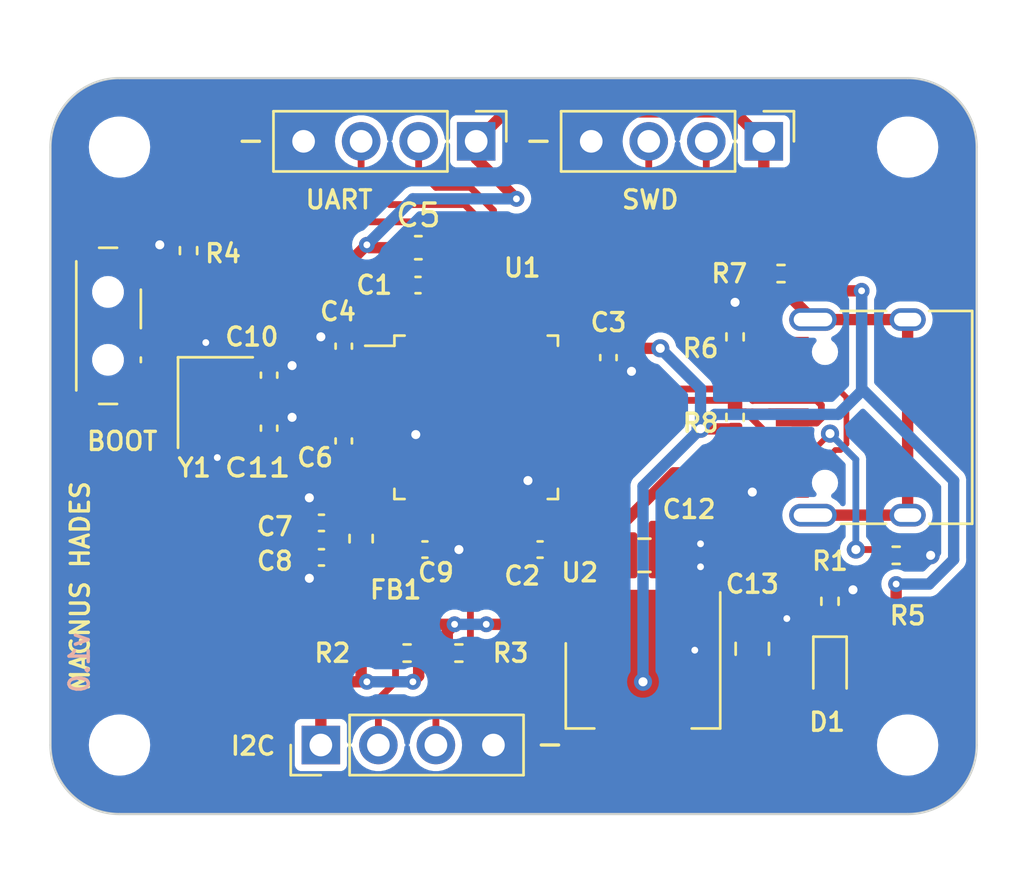
<source format=kicad_pcb>
(kicad_pcb (version 20221018) (generator pcbnew)
  (layers (0 "F.Cu" signal) (31 "B.Cu" signal) (34 "B.Paste" user) (35 "F.Paste" user) (36 "B.SilkS" user "B.Silkscreen") (37 "F.SilkS" user "F.Silkscreen") (38 "B.Mask" user) (39 "F.Mask" user) (44 "Edge.Cuts" user))
  (net 0 "")
  (net 1 "+3.3V")
  (net 2 "GND")
  (net 3 "+3.3VA")
  (net 4 "/NRST")
  (net 5 "/HSE_IN")
  (net 6 "/HSE_OUT")
  (net 7 "VBUS")
  (net 8 "/PWR_LED_K")
  (net 9 "Net-(J1-CC1)")
  (net 10 "/USB_D+")
  (net 11 "/USB_D-")
  (net 13 "Net-(J1-CC2)")
  (net 15 "Net-(J1-SHIELD)")
  (net 16 "/SWDIO")
  (net 17 "/SWCLK")
  (net 18 "/USART1_TX")
  (net 19 "/USART1_RX")
  (net 20 "/I2C2_SCL")
  (net 21 "/I2C2_SDA")
  (net 22 "/SW_BOOT0")
  (net 23 "/BOOT0")
  (footprint "Connector_PinHeader_2.54mm:PinHeader_1x04_P2.54mm_Vertical" (layer "F.Cu") (at 67.056 55.118 -90)
    (fp_text reference "J2")
    (fp_text value "Conn_01x04_Pin")
    (pad "1" thru_hole rect (at 0 0 270) (size 1.7 1.7) (drill 1) (layers "*.Cu" "*.Mask") (net 1 "+3.3V"))
    (pad "2" thru_hole oval (at 0 2.54 270) (size 1.7 1.7) (drill 1) (layers "*.Cu" "*.Mask") (net 16 "/SWDIO"))
    (pad "3" thru_hole oval (at 0 5.08 270) (size 1.7 1.7) (drill 1) (layers "*.Cu" "*.Mask") (net 17 "/SWCLK"))
    (pad "4" thru_hole oval (at 0 7.62 270) (size 1.7 1.7) (drill 1) (layers "*.Cu" "*.Mask") (net 2 "GND"))
  )
  (footprint "Capacitor_SMD:C_0805_2012Metric" (layer "F.Cu") (at 61.788 73.406)
    (fp_text reference "C12" (at 1.966 -2.032) (layer "F.SilkS") (effects (font (size 0.8 0.8))))
    (fp_text value "22u")
    (pad "1" smd roundrect (at -0.95 0) (size 1 1.45) (layers "F.Cu" "F.Paste" "F.Mask") (net 7 "VBUS"))
    (pad "2" smd roundrect (at 0.95 0) (size 1 1.45) (layers "F.Cu" "F.Paste" "F.Mask") (net 2 "GND"))
  )
  (footprint "Capacitor_SMD:C_0402_1005Metric" (layer "F.Cu") (at 51.788 61.468)
    (fp_text reference "C1" (at -1.933 0) (layer "F.SilkS") (effects (font (size 0.8 0.8))))
    (fp_text value "100n")
    (pad "1" smd roundrect (at -0.48 0) (size 0.56 0.62) (layers "F.Cu" "F.Paste" "F.Mask") (net 1 "+3.3V"))
    (pad "2" smd roundrect (at 0.48 0) (size 0.56 0.62) (layers "F.Cu" "F.Paste" "F.Mask") (net 2 "GND"))
  )
  (footprint "Capacitor_SMD:C_0402_1005Metric" (layer "F.Cu") (at 48.51 68.354 90)
    (fp_text reference "C6" (at -0.734 -1.266 180) (layer "F.SilkS") (effects (font (size 0.8 0.8))))
    (fp_text value "10n")
    (pad "1" smd roundrect (at -0.48 0 90) (size 0.56 0.62) (layers "F.Cu" "F.Paste" "F.Mask") (net 3 "+3.3VA"))
    (pad "2" smd roundrect (at 0.48 0 90) (size 0.56 0.62) (layers "F.Cu" "F.Paste" "F.Mask") (net 2 "GND"))
  )
  (footprint "Inductor_SMD:L_0603_1608Metric" (layer "F.Cu") (at 49.276 72.6695 -90)
    (fp_text reference "FB1" (at 2.2605 -1.524) (layer "F.SilkS") (effects (font (size 0.8 0.8))))
    (fp_text value "120R")
    (pad "1" smd roundrect (at -0.7875 0 270) (size 0.875 0.95) (layers "F.Cu" "F.Paste" "F.Mask") (net 3 "+3.3VA"))
    (pad "2" smd roundrect (at 0.7875 0 270) (size 0.875 0.95) (layers "F.Cu" "F.Paste" "F.Mask") (net 1 "+3.3V"))
  )
  (footprint "Crystal:Crystal_SMD_3225-4Pin_3.2x2.5mm" (layer "F.Cu") (at 42.842 66.658 -90)
    (fp_text reference "Y1" (at 2.882 0.932 180) (layer "F.SilkS") (effects (font (size 0.8 0.8))))
    (fp_text value "16MHz")
    (pad "1" smd rect (at -1.1 0.85 270) (size 1.4 1.2) (layers "F.Cu" "F.Paste" "F.Mask") (net 5 "/HSE_IN"))
    (pad "2" smd rect (at 1.1 0.85 270) (size 1.4 1.2) (layers "F.Cu" "F.Paste" "F.Mask") (net 2 "GND"))
    (pad "3" smd rect (at 1.1 -0.85 270) (size 1.4 1.2) (layers "F.Cu" "F.Paste" "F.Mask") (net 6 "/HSE_OUT"))
    (pad "4" smd rect (at -1.1 -0.85 270) (size 1.4 1.2) (layers "F.Cu" "F.Paste" "F.Mask") (net 2 "GND"))
  )
  (footprint "Capacitor_SMD:C_0805_2012Metric" (layer "F.Cu") (at 66.548 77.536 90)
    (fp_text reference "C13" (at 2.86 0) (layer "F.SilkS") (effects (font (size 0.8 0.8))))
    (fp_text value "22u")
    (pad "1" smd roundrect (at -0.95 0 90) (size 1 1.45) (layers "F.Cu" "F.Paste" "F.Mask") (net 1 "+3.3V"))
    (pad "2" smd roundrect (at 0.95 0 90) (size 1 1.45) (layers "F.Cu" "F.Paste" "F.Mask") (net 2 "GND"))
  )
  (footprint "Capacitor_SMD:C_0402_1005Metric" (layer "F.Cu") (at 45.212 65.448 90)
    (fp_text reference "C10" (at 1.694 -0.762 180) (layer "F.SilkS") (effects (font (size 0.8 0.8))))
    (fp_text value "10p")
    (pad "1" smd roundrect (at -0.48 0 90) (size 0.56 0.62) (layers "F.Cu" "F.Paste" "F.Mask") (net 5 "/HSE_IN"))
    (pad "2" smd roundrect (at 0.48 0 90) (size 0.56 0.62) (layers "F.Cu" "F.Paste" "F.Mask") (net 2 "GND"))
  )
  (footprint "Resistor_SMD:R_0402_1005Metric" (layer "F.Cu") (at 72.9 73.406)
    (fp_text reference "R5" (at 0.506 2.667 180) (layer "F.SilkS") (effects (font (size 0.8 0.8))))
    (fp_text value "5k1")
    (pad "1" smd roundrect (at -0.51 0) (size 0.54 0.64) (layers "F.Cu" "F.Paste" "F.Mask") (net 9 "Net-(J1-CC1)"))
    (pad "2" smd roundrect (at 0.51 0) (size 0.54 0.64) (layers "F.Cu" "F.Paste" "F.Mask") (net 2 "GND"))
  )
  (footprint "Package_TO_SOT_SMD:SOT-223-3_TabPin2" (layer "F.Cu") (at 61.722 79.146 -90)
    (fp_text reference "U2" (at -4.978 2.794 180) (layer "F.SilkS") (effects (font (size 0.8 0.8))))
    (fp_text value "AMS1117-3.3")
    (pad "1" smd rect (at -3.15 -2.3 270) (size 2 1.5) (layers "F.Cu" "F.Paste" "F.Mask") (net 2 "GND"))
    (pad "2" smd rect (at -3.15 0 270) (size 2 1.5) (layers "F.Cu" "F.Paste" "F.Mask") (net 1 "+3.3V"))
    (pad "2" smd rect (at 3.15 0 270) (size 2 3.8) (layers "F.Cu" "F.Paste" "F.Mask") (net 1 "+3.3V"))
    (pad "3" smd rect (at -3.15 2.3 270) (size 2 1.5) (layers "F.Cu" "F.Paste" "F.Mask") (net 7 "VBUS"))
  )
  (footprint "Connector_PinHeader_2.54mm:PinHeader_1x04_P2.54mm_Vertical" (layer "F.Cu") (at 47.498 81.788 90)
    (fp_text reference "J4")
    (fp_text value "Conn_01x04_Pin")
    (pad "1" thru_hole rect (at 0 0 90) (size 1.7 1.7) (drill 1) (layers "*.Cu" "*.Mask") (net 1 "+3.3V"))
    (pad "2" thru_hole oval (at 0 2.54 90) (size 1.7 1.7) (drill 1) (layers "*.Cu" "*.Mask") (net 20 "/I2C2_SCL"))
    (pad "3" thru_hole oval (at 0 5.08 90) (size 1.7 1.7) (drill 1) (layers "*.Cu" "*.Mask") (net 21 "/I2C2_SDA"))
    (pad "4" thru_hole oval (at 0 7.62 90) (size 1.7 1.7) (drill 1) (layers "*.Cu" "*.Mask") (net 2 "GND"))
  )
  (footprint "Resistor_SMD:R_0402_1005Metric" (layer "F.Cu") (at 41.656 59.946 90)
    (fp_text reference "R4" (at -0.129 1.524 180) (layer "F.SilkS") (effects (font (size 0.8 0.8))))
    (fp_text value "10k")
    (pad "1" smd roundrect (at -0.51 0 90) (size 0.54 0.64) (layers "F.Cu" "F.Paste" "F.Mask") (net 22 "/SW_BOOT0"))
    (pad "2" smd roundrect (at 0.51 0 90) (size 0.54 0.64) (layers "F.Cu" "F.Paste" "F.Mask") (net 23 "/BOOT0"))
  )
  (footprint "Resistor_SMD:R_0402_1005Metric" (layer "F.Cu") (at 69.977 75.438 90)
    (fp_text reference "R1" (at 1.776 0 180) (layer "F.SilkS") (effects (font (size 0.8 0.8))))
    (fp_text value "1k5")
    (pad "1" smd roundrect (at -0.51 0 90) (size 0.54 0.64) (layers "F.Cu" "F.Paste" "F.Mask") (net 8 "/PWR_LED_K"))
    (pad "2" smd roundrect (at 0.51 0 90) (size 0.54 0.64) (layers "F.Cu" "F.Paste" "F.Mask") (net 2 "GND"))
  )
  (footprint "Capacitor_SMD:C_0402_1005Metric" (layer "F.Cu") (at 47.526 73.4975 180)
    (fp_text reference "C8" (at 2.06 -0.1625) (layer "F.SilkS") (effects (font (size 0.8 0.8))))
    (fp_text value "1u")
    (pad "1" smd roundrect (at -0.48 0 180) (size 0.56 0.62) (layers "F.Cu" "F.Paste" "F.Mask") (net 1 "+3.3V"))
    (pad "2" smd roundrect (at 0.48 0 180) (size 0.56 0.62) (layers "F.Cu" "F.Paste" "F.Mask") (net 2 "GND"))
  )
  (footprint "Resistor_SMD:R_0402_1005Metric" (layer "F.Cu") (at 53.592 77.724)
    (fp_text reference "R3" (at 2.284 0) (layer "F.SilkS") (effects (font (size 0.8 0.8))))
    (fp_text value "1k5")
    (pad "1" smd roundrect (at -0.51 0) (size 0.54 0.64) (layers "F.Cu" "F.Paste" "F.Mask") (net 1 "+3.3V"))
    (pad "2" smd roundrect (at 0.51 0) (size 0.54 0.64) (layers "F.Cu" "F.Paste" "F.Mask") (net 21 "/I2C2_SDA"))
  )
  (footprint "Connector_PinHeader_2.54mm:PinHeader_1x04_P2.54mm_Vertical" (layer "F.Cu") (at 54.356 55.118 -90)
    (fp_text reference "J3")
    (fp_text value "Conn_01x04_Pin")
    (pad "1" thru_hole rect (at 0 0 270) (size 1.7 1.7) (drill 1) (layers "*.Cu" "*.Mask") (net 1 "+3.3V"))
    (pad "2" thru_hole oval (at 0 2.54 270) (size 1.7 1.7) (drill 1) (layers "*.Cu" "*.Mask") (net 18 "/USART1_TX"))
    (pad "3" thru_hole oval (at 0 5.08 270) (size 1.7 1.7) (drill 1) (layers "*.Cu" "*.Mask") (net 19 "/USART1_RX"))
    (pad "4" thru_hole oval (at 0 7.62 270) (size 1.7 1.7) (drill 1) (layers "*.Cu" "*.Mask") (net 2 "GND"))
  )
  (footprint "Button_Switch_SMD:SW_SPDT_PCM12" (layer "F.Cu") (at 38.43 63.27 -90)
    (fp_text reference "SW1")
    (fp_text value "SW_SPDT")
    (pad "" smd rect (at -3.65 -0.78 270) (size 1 0.8) (layers "F.Cu" "F.Paste" "F.Mask"))
    (pad "" smd rect (at -3.65 1.43 270) (size 1 0.8) (layers "F.Cu" "F.Paste" "F.Mask"))
    (pad "" np_thru_hole circle (at -1.5 0.33 270) (size 0.9 0.9) (drill 0.9) (layers "*.Cu" "*.Mask"))
    (pad "" np_thru_hole circle (at 1.5 0.33 270) (size 0.9 0.9) (drill 0.9) (layers "*.Cu" "*.Mask"))
    (pad "" smd rect (at 3.65 -0.78 270) (size 1 0.8) (layers "F.Cu" "F.Paste" "F.Mask"))
    (pad "" smd rect (at 3.65 1.43 270) (size 1 0.8) (layers "F.Cu" "F.Paste" "F.Mask"))
    (pad "1" smd rect (at -2.25 -1.43 270) (size 0.7 1.5) (layers "F.Cu" "F.Paste" "F.Mask") (net 2 "GND"))
    (pad "2" smd rect (at 0.75 -1.43 270) (size 0.7 1.5) (layers "F.Cu" "F.Paste" "F.Mask") (net 22 "/SW_BOOT0"))
    (pad "3" smd rect (at 2.25 -1.43 270) (size 0.7 1.5) (layers "F.Cu" "F.Paste" "F.Mask") (net 1 "+3.3V"))
  )
  (footprint "Resistor_SMD:R_0402_1005Metric" (layer "F.Cu") (at 65.786 67.312 -90)
    (fp_text reference "R8" (at 0.252 1.524) (layer "F.SilkS") (effects (font (size 0.8 0.8))))
    (fp_text value "1k5")
    (pad "1" smd roundrect (at -0.51 0 270) (size 0.54 0.64) (layers "F.Cu" "F.Paste" "F.Mask") (net 11 "/USB_D-"))
    (pad "2" smd roundrect (at 0.51 0 270) (size 0.54 0.64) (layers "F.Cu" "F.Paste" "F.Mask") (net 1 "+3.3V"))
  )
  (footprint "LED_SMD:LED_0603_1608Metric" (layer "F.Cu") (at 69.977 78.486 -90)
    (fp_text reference "D1" (at 2.286 0.127) (layer "F.SilkS") (effects (font (size 0.8 0.8))))
    (fp_text value "RED")
    (pad "1" smd roundrect (at -0.7875 0 270) (size 0.875 0.95) (layers "F.Cu" "F.Paste" "F.Mask") (net 8 "/PWR_LED_K"))
    (pad "2" smd roundrect (at 0.7875 0 270) (size 0.875 0.95) (layers "F.Cu" "F.Paste" "F.Mask") (net 1 "+3.3V"))
  )
  (footprint "MountingHole:MountingHole_2.2mm_M2" (layer "F.Cu") (at 38.608 81.788)
    (fp_text reference "H4")
    (fp_text value "MountingHole")
    (pad "" np_thru_hole circle (at 0 0) (size 2.2 2.2) (drill 2.2) (layers "*.Cu" "*.Mask"))
  )
  (footprint "Resistor_SMD:R_0402_1005Metric" (layer "F.Cu") (at 51.306 77.724 180)
    (fp_text reference "R2" (at 3.3 0) (layer "F.SilkS") (effects (font (size 0.8 0.8))))
    (fp_text value "1k5")
    (pad "1" smd roundrect (at -0.51 0 180) (size 0.54 0.64) (layers "F.Cu" "F.Paste" "F.Mask") (net 1 "+3.3V"))
    (pad "2" smd roundrect (at 0.51 0 180) (size 0.54 0.64) (layers "F.Cu" "F.Paste" "F.Mask") (net 20 "/I2C2_SCL"))
  )
  (footprint "MountingHole:MountingHole_2.2mm_M2" (layer "F.Cu") (at 73.406 81.788)
    (fp_text reference "H2")
    (fp_text value "MountingHole")
    (pad "" np_thru_hole circle (at 0 0) (size 2.2 2.2) (drill 2.2) (layers "*.Cu" "*.Mask"))
  )
  (footprint "Capacitor_SMD:C_0402_1005Metric" (layer "F.Cu") (at 48.51 64.1675 90)
    (fp_text reference "C4" (at 1.528 -0.254 180) (layer "F.SilkS") (effects (font (size 0.8 0.8))))
    (fp_text value "100n")
    (pad "1" smd roundrect (at -0.48 0 90) (size 0.56 0.62) (layers "F.Cu" "F.Paste" "F.Mask") (net 1 "+3.3V"))
    (pad "2" smd roundrect (at 0.48 0 90) (size 0.56 0.62) (layers "F.Cu" "F.Paste" "F.Mask") (net 2 "GND"))
  )
  (footprint "Capacitor_SMD:C_0402_1005Metric" (layer "F.Cu") (at 60.194 64.6715 -90)
    (fp_text reference "C3" (at -1.5525 -0.004) (layer "F.SilkS") (effects (font (size 0.8 0.8))))
    (fp_text value "100n")
    (pad "1" smd roundrect (at -0.48 0 270) (size 0.56 0.62) (layers "F.Cu" "F.Paste" "F.Mask") (net 1 "+3.3V"))
    (pad "2" smd roundrect (at 0.48 0 270) (size 0.56 0.62) (layers "F.Cu" "F.Paste" "F.Mask") (net 2 "GND"))
  )
  (footprint "Resistor_SMD:R_0402_1005Metric" (layer "F.Cu") (at 67.816 60.96)
    (fp_text reference "R7" (at -2.284 0) (layer "F.SilkS") (effects (font (size 0.8 0.8))))
    (fp_text value "1M")
    (pad "1" smd roundrect (at -0.51 0) (size 0.54 0.64) (layers "F.Cu" "F.Paste" "F.Mask") (net 2 "GND"))
    (pad "2" smd roundrect (at 0.51 0) (size 0.54 0.64) (layers "F.Cu" "F.Paste" "F.Mask") (net 15 "Net-(J1-SHIELD)"))
  )
  (footprint "Capacitor_SMD:C_0402_1005Metric" (layer "F.Cu") (at 47.526 71.9735 180)
    (fp_text reference "C7" (at 2.06 -0.1625) (layer "F.SilkS") (effects (font (size 0.8 0.8))))
    (fp_text value "1u")
    (pad "1" smd roundrect (at -0.48 0 180) (size 0.56 0.62) (layers "F.Cu" "F.Paste" "F.Mask") (net 3 "+3.3VA"))
    (pad "2" smd roundrect (at 0.48 0 180) (size 0.56 0.62) (layers "F.Cu" "F.Paste" "F.Mask") (net 2 "GND"))
  )
  (footprint "Capacitor_SMD:C_0402_1005Metric" (layer "F.Cu") (at 45.212 67.79 90)
    (fp_text reference "C11" (at -1.75 -0.508) (layer "F.SilkS") (effects (font (size 0.8 1))))
    (fp_text value "10p")
    (pad "1" smd roundrect (at -0.48 0 90) (size 0.56 0.62) (layers "F.Cu" "F.Paste" "F.Mask") (net 6 "/HSE_OUT"))
    (pad "2" smd roundrect (at 0.48 0 90) (size 0.56 0.62) (layers "F.Cu" "F.Paste" "F.Mask") (net 2 "GND"))
  )
  (footprint "MountingHole:MountingHole_2.2mm_M2" (layer "F.Cu") (at 38.608 55.372)
    (fp_text reference "H3")
    (fp_text value "MountingHole")
    (pad "" np_thru_hole circle (at 0 0) (size 2.2 2.2) (drill 2.2) (layers "*.Cu" "*.Mask"))
  )
  (footprint "Capacitor_SMD:C_0402_1005Metric" (layer "F.Cu") (at 57.178 73.152 180)
    (fp_text reference "C2" (at 0.79 -1.16 180) (layer "F.SilkS") (effects (font (size 0.8 0.8))))
    (fp_text value "100n")
    (pad "1" smd roundrect (at -0.48 0 180) (size 0.56 0.62) (layers "F.Cu" "F.Paste" "F.Mask") (net 1 "+3.3V"))
    (pad "2" smd roundrect (at 0.48 0 180) (size 0.56 0.62) (layers "F.Cu" "F.Paste" "F.Mask") (net 2 "GND"))
  )
  (footprint "Connector_USB:USB_C_Receptacle_HRO_TYPE-C-31-M-12" (layer "F.Cu") (at 72.356 67.312 90)
    (fp_text reference "J1")
    (fp_text value "USB_C_Receptacle_USB2.0")
    (pad "" np_thru_hole circle (at -2.89 -2.6 90) (size 0.65 0.65) (drill 0.65) (layers "*.Cu" "*.Mask"))
    (pad "" np_thru_hole circle (at 2.89 -2.6 90) (size 0.65 0.65) (drill 0.65) (layers "*.Cu" "*.Mask"))
    (pad "A1" smd rect (at -3.25 -4.045 90) (size 0.6 1.45) (layers "F.Cu" "F.Paste" "F.Mask") (net 2 "GND"))
    (pad "A4" smd rect (at -2.45 -4.045 90) (size 0.6 1.45) (layers "F.Cu" "F.Paste" "F.Mask") (net 7 "VBUS"))
    (pad "A5" smd rect (at -1.25 -4.045 90) (size 0.3 1.45) (layers "F.Cu" "F.Paste" "F.Mask") (net 9 "Net-(J1-CC1)"))
    (pad "A6" smd rect (at -0.25 -4.045 90) (size 0.3 1.45) (layers "F.Cu" "F.Paste" "F.Mask") (net 10 "/USB_D+"))
    (pad "A7" smd rect (at 0.25 -4.045 90) (size 0.3 1.45) (layers "F.Cu" "F.Paste" "F.Mask") (net 11 "/USB_D-"))
    (pad "A8" smd rect (at 1.25 -4.045 90) (size 0.3 1.45) (layers "F.Cu" "F.Paste" "F.Mask"))
    (pad "A9" smd rect (at 2.45 -4.045 90) (size 0.6 1.45) (layers "F.Cu" "F.Paste" "F.Mask") (net 7 "VBUS"))
    (pad "A12" smd rect (at 3.25 -4.045 90) (size 0.6 1.45) (layers "F.Cu" "F.Paste" "F.Mask") (net 2 "GND"))
    (pad "B1" smd rect (at 3.25 -4.045 90) (size 0.6 1.45) (layers "F.Cu" "F.Paste" "F.Mask") (net 2 "GND"))
    (pad "B4" smd rect (at 2.45 -4.045 90) (size 0.6 1.45) (layers "F.Cu" "F.Paste" "F.Mask") (net 7 "VBUS"))
    (pad "B5" smd rect (at 1.75 -4.045 90) (size 0.3 1.45) (layers "F.Cu" "F.Paste" "F.Mask") (net 13 "Net-(J1-CC2)"))
    (pad "B6" smd rect (at 0.75 -4.045 90) (size 0.3 1.45) (layers "F.Cu" "F.Paste" "F.Mask") (net 10 "/USB_D+"))
    (pad "B7" smd rect (at -0.75 -4.045 90) (size 0.3 1.45) (layers "F.Cu" "F.Paste" "F.Mask") (net 11 "/USB_D-"))
    (pad "B8" smd rect (at -1.75 -4.045 90) (size 0.3 1.45) (layers "F.Cu" "F.Paste" "F.Mask"))
    (pad "B9" smd rect (at -2.45 -4.045 90) (size 0.6 1.45) (layers "F.Cu" "F.Paste" "F.Mask") (net 7 "VBUS"))
    (pad "B12" smd rect (at -3.25 -4.045 90) (size 0.6 1.45) (layers "F.Cu" "F.Paste" "F.Mask") (net 2 "GND"))
    (pad "S1" thru_hole oval (at -4.32 -3.13 90) (size 1 2.1) (drill oval 0.6 1.7) (layers "*.Cu" "*.Mask") (net 15 "Net-(J1-SHIELD)"))
    (pad "S1" thru_hole oval (at -4.32 1.05 90) (size 1 1.6) (drill oval 0.6 1.2) (layers "*.Cu" "*.Mask") (net 15 "Net-(J1-SHIELD)"))
    (pad "S1" thru_hole oval (at 4.32 -3.13 90) (size 1 2.1) (drill oval 0.6 1.7) (layers "*.Cu" "*.Mask") (net 15 "Net-(J1-SHIELD)"))
    (pad "S1" thru_hole oval (at 4.32 1.05 90) (size 1 1.6) (drill oval 0.6 1.2) (layers "*.Cu" "*.Mask") (net 15 "Net-(J1-SHIELD)"))
  )
  (footprint "Resistor_SMD:R_0402_1005Metric" (layer "F.Cu") (at 65.786 63.756 90)
    (fp_text reference "R6" (at -0.506 -1.524 180) (layer "F.SilkS") (effects (font (size 0.8 0.8))))
    (fp_text value "5k1")
    (pad "1" smd roundrect (at -0.51 0 90) (size 0.54 0.64) (layers "F.Cu" "F.Paste" "F.Mask") (net 13 "Net-(J1-CC2)"))
    (pad "2" smd roundrect (at 0.51 0 90) (size 0.54 0.64) (layers "F.Cu" "F.Paste" "F.Mask") (net 2 "GND"))
  )
  (footprint "Capacitor_SMD:C_0402_1005Metric" (layer "F.Cu") (at 52.094 73.152)
    (fp_text reference "C9" (at 0.484 1.016) (layer "F.SilkS") (effects (font (size 0.8 0.8))))
    (fp_text value "100n")
    (pad "1" smd roundrect (at -0.48 0) (size 0.56 0.62) (layers "F.Cu" "F.Paste" "F.Mask") (net 4 "/NRST"))
    (pad "2" smd roundrect (at 0.48 0) (size 0.56 0.62) (layers "F.Cu" "F.Paste" "F.Mask") (net 2 "GND"))
  )
  (footprint "Package_QFP:LQFP-48_7x7mm_P0.5mm" (layer "F.Cu") (at 54.356 67.31)
    (fp_text reference "U1" (at 2.032 -6.604) (layer "F.SilkS") (effects (font (size 0.8 0.8))))
    (fp_text value "STM32F103C8Tx")
    (pad "1" smd roundrect (at -4.1625 -2.75) (size 1.475 0.3) (layers "F.Cu" "F.Paste" "F.Mask") (net 1 "+3.3V"))
    (pad "2" smd roundrect (at -4.1625 -2.25) (size 1.475 0.3) (layers "F.Cu" "F.Paste" "F.Mask"))
    (pad "3" smd roundrect (at -4.1625 -1.75) (size 1.475 0.3) (layers "F.Cu" "F.Paste" "F.Mask"))
    (pad "4" smd roundrect (at -4.1625 -1.25) (size 1.475 0.3) (layers "F.Cu" "F.Paste" "F.Mask"))
    (pad "5" smd roundrect (at -4.1625 -0.75) (size 1.475 0.3) (layers "F.Cu" "F.Paste" "F.Mask") (net 5 "/HSE_IN"))
    (pad "6" smd roundrect (at -4.1625 -0.25) (size 1.475 0.3) (layers "F.Cu" "F.Paste" "F.Mask") (net 6 "/HSE_OUT"))
    (pad "7" smd roundrect (at -4.1625 0.25) (size 1.475 0.3) (layers "F.Cu" "F.Paste" "F.Mask") (net 4 "/NRST"))
    (pad "8" smd roundrect (at -4.1625 0.75) (size 1.475 0.3) (layers "F.Cu" "F.Paste" "F.Mask") (net 2 "GND"))
    (pad "9" smd roundrect (at -4.1625 1.25) (size 1.475 0.3) (layers "F.Cu" "F.Paste" "F.Mask") (net 3 "+3.3VA"))
    (pad "10" smd roundrect (at -4.1625 1.75) (size 1.475 0.3) (layers "F.Cu" "F.Paste" "F.Mask"))
    (pad "11" smd roundrect (at -4.1625 2.25) (size 1.475 0.3) (layers "F.Cu" "F.Paste" "F.Mask"))
    (pad "12" smd roundrect (at -4.1625 2.75) (size 1.475 0.3) (layers "F.Cu" "F.Paste" "F.Mask"))
    (pad "13" smd roundrect (at -2.75 4.1625) (size 0.3 1.475) (layers "F.Cu" "F.Paste" "F.Mask"))
    (pad "14" smd roundrect (at -2.25 4.1625) (size 0.3 1.475) (layers "F.Cu" "F.Paste" "F.Mask"))
    (pad "15" smd roundrect (at -1.75 4.1625) (size 0.3 1.475) (layers "F.Cu" "F.Paste" "F.Mask"))
    (pad "16" smd roundrect (at -1.25 4.1625) (size 0.3 1.475) (layers "F.Cu" "F.Paste" "F.Mask"))
    (pad "17" smd roundrect (at -0.75 4.1625) (size 0.3 1.475) (layers "F.Cu" "F.Paste" "F.Mask"))
    (pad "18" smd roundrect (at -0.25 4.1625) (size 0.3 1.475) (layers "F.Cu" "F.Paste" "F.Mask"))
    (pad "19" smd roundrect (at 0.25 4.1625) (size 0.3 1.475) (layers "F.Cu" "F.Paste" "F.Mask"))
    (pad "20" smd roundrect (at 0.75 4.1625) (size 0.3 1.475) (layers "F.Cu" "F.Paste" "F.Mask"))
    (pad "21" smd roundrect (at 1.25 4.1625) (size 0.3 1.475) (layers "F.Cu" "F.Paste" "F.Mask") (net 20 "/I2C2_SCL"))
    (pad "22" smd roundrect (at 1.75 4.1625) (size 0.3 1.475) (layers "F.Cu" "F.Paste" "F.Mask") (net 21 "/I2C2_SDA"))
    (pad "23" smd roundrect (at 2.25 4.1625) (size 0.3 1.475) (layers "F.Cu" "F.Paste" "F.Mask") (net 2 "GND"))
    (pad "24" smd roundrect (at 2.75 4.1625) (size 0.3 1.475) (layers "F.Cu" "F.Paste" "F.Mask") (net 1 "+3.3V"))
    (pad "25" smd roundrect (at 4.1625 2.75) (size 1.475 0.3) (layers "F.Cu" "F.Paste" "F.Mask"))
    (pad "26" smd roundrect (at 4.1625 2.25) (size 1.475 0.3) (layers "F.Cu" "F.Paste" "F.Mask"))
    (pad "27" smd roundrect (at 4.1625 1.75) (size 1.475 0.3) (layers "F.Cu" "F.Paste" "F.Mask"))
    (pad "28" smd roundrect (at 4.1625 1.25) (size 1.475 0.3) (layers "F.Cu" "F.Paste" "F.Mask"))
    (pad "29" smd roundrect (at 4.1625 0.75) (size 1.475 0.3) (layers "F.Cu" "F.Paste" "F.Mask"))
    (pad "30" smd roundrect (at 4.1625 0.25) (size 1.475 0.3) (layers "F.Cu" "F.Paste" "F.Mask"))
    (pad "31" smd roundrect (at 4.1625 -0.25) (size 1.475 0.3) (layers "F.Cu" "F.Paste" "F.Mask"))
    (pad "32" smd roundrect (at 4.1625 -0.75) (size 1.475 0.3) (layers "F.Cu" "F.Paste" "F.Mask") (net 11 "/USB_D-"))
    (pad "33" smd roundrect (at 4.1625 -1.25) (size 1.475 0.3) (layers "F.Cu" "F.Paste" "F.Mask") (net 10 "/USB_D+"))
    (pad "34" smd roundrect (at 4.1625 -1.75) (size 1.475 0.3) (layers "F.Cu" "F.Paste" "F.Mask") (net 16 "/SWDIO"))
    (pad "35" smd roundrect (at 4.1625 -2.25) (size 1.475 0.3) (layers "F.Cu" "F.Paste" "F.Mask") (net 2 "GND"))
    (pad "36" smd roundrect (at 4.1625 -2.75) (size 1.475 0.3) (layers "F.Cu" "F.Paste" "F.Mask") (net 1 "+3.3V"))
    (pad "37" smd roundrect (at 2.75 -4.1625) (size 0.3 1.475) (layers "F.Cu" "F.Paste" "F.Mask") (net 17 "/SWCLK"))
    (pad "38" smd roundrect (at 2.25 -4.1625) (size 0.3 1.475) (layers "F.Cu" "F.Paste" "F.Mask"))
    (pad "39" smd roundrect (at 1.75 -4.1625) (size 0.3 1.475) (layers "F.Cu" "F.Paste" "F.Mask"))
    (pad "40" smd roundrect (at 1.25 -4.1625) (size 0.3 1.475) (layers "F.Cu" "F.Paste" "F.Mask"))
    (pad "41" smd roundrect (at 0.75 -4.1625) (size 0.3 1.475) (layers "F.Cu" "F.Paste" "F.Mask"))
    (pad "42" smd roundrect (at 0.25 -4.1625) (size 0.3 1.475) (layers "F.Cu" "F.Paste" "F.Mask") (net 18 "/USART1_TX"))
    (pad "43" smd roundrect (at -0.25 -4.1625) (size 0.3 1.475) (layers "F.Cu" "F.Paste" "F.Mask") (net 19 "/USART1_RX"))
    (pad "44" smd roundrect (at -0.75 -4.1625) (size 0.3 1.475) (layers "F.Cu" "F.Paste" "F.Mask") (net 23 "/BOOT0"))
    (pad "45" smd roundrect (at -1.25 -4.1625) (size 0.3 1.475) (layers "F.Cu" "F.Paste" "F.Mask"))
    (pad "46" smd roundrect (at -1.75 -4.1625) (size 0.3 1.475) (layers "F.Cu" "F.Paste" "F.Mask"))
    (pad "47" smd roundrect (at -2.25 -4.1625) (size 0.3 1.475) (layers "F.Cu" "F.Paste" "F.Mask") (net 2 "GND"))
    (pad "48" smd roundrect (at -2.75 -4.1625) (size 0.3 1.475) (layers "F.Cu" "F.Paste" "F.Mask") (net 1 "+3.3V"))
  )
  (footprint "MountingHole:MountingHole_2.2mm_M2" (layer "F.Cu") (at 73.406 55.372)
    (fp_text reference "H1")
    (fp_text value "MountingHole")
    (pad "" np_thru_hole circle (at 0 0) (size 2.2 2.2) (drill 2.2) (layers "*.Cu" "*.Mask"))
  )
  (footprint "Capacitor_SMD:C_0603_1608Metric" (layer "F.Cu") (at 51.803 59.817)
    (fp_text reference "C5" (at 0 -1.43) (layer "F.SilkS"))
    (fp_text value "10u")
    (pad "1" smd roundrect (at -0.775 0) (size 0.9 0.95) (layers "F.Cu" "F.Paste" "F.Mask") (net 1 "+3.3V"))
    (pad "2" smd roundrect (at 0.775 0) (size 0.9 0.95) (layers "F.Cu" "F.Paste" "F.Mask") (net 2 "GND"))
  )
  (gr_line (start 76.454 81.788) (end 76.454 55.372) (stroke (width 0.1)) (layer "Edge.Cuts"))
  (gr_arc (start 35.56 55.372) (mid 36.452739 53.216739) (end 38.608 52.324) (stroke (width 0.1)) (layer "Edge.Cuts"))
  (gr_line (start 73.406 52.324) (end 38.608 52.324) (stroke (width 0.1)) (layer "Edge.Cuts"))
  (gr_line (start 38.608 84.836) (end 73.406 84.836) (stroke (width 0.1)) (layer "Edge.Cuts"))
  (gr_arc (start 38.608 84.836) (mid 36.452739 83.943261) (end 35.56 81.788) (stroke (width 0.1)) (layer "Edge.Cuts"))
  (gr_arc (start 76.454 81.788) (mid 75.561261 83.943261) (end 73.406 84.836) (stroke (width 0.1)) (layer "Edge.Cuts"))
  (gr_line (start 35.56 55.372) (end 35.56 81.788) (stroke (width 0.1)) (layer "Edge.Cuts"))
  (gr_arc (start 73.406 52.324) (mid 75.561261 53.216739) (end 76.454 55.372) (stroke (width 0.1)) (layer "Edge.Cuts"))
  (gr_text "v1.0" (at 37.338 76.708 90) (layer "B.SilkS") (effects (font (size 0.85 0.85)) (justify left bottom mirror)))
  (gr_text "SWD" (at 60.706 58.166) (layer "F.SilkS") (effects (font (size 0.8 0.8)) (justify left bottom)))
  (gr_text "-" (at 56.896 82.296) (layer "F.SilkS") (effects (font (size 1 1)) (justify left bottom)))
  (gr_text "-" (at 43.688 55.626) (layer "F.SilkS") (effects (font (size 1 1)) (justify left bottom)))
  (gr_text "BOOT" (at 37.084 68.834) (layer "F.SilkS") (effects (font (size 0.8 0.8) (thickness 0.15) bold) (justify left bottom)))
  (gr_text "I2C" (at 43.434 82.296) (layer "F.SilkS") (effects (font (size 0.8 0.8) (thickness 0.15) bold) (justify left bottom)))
  (gr_text "MAGNUS HADES" (at 37.338 79.502 90) (layer "F.SilkS") (effects (font (size 0.8 0.8)) (justify left bottom)))
  (gr_text "-" (at 56.388 55.626) (layer "F.SilkS") (effects (font (size 1 1)) (justify left bottom)))
  (gr_text "UART" (at 46.736 58.166) (layer "F.SilkS") (effects (font (size 0.8 0.8) (thickness 0.15) bold) (justify left bottom)))
  (segment (start 49.657 59.817) (end 49.53 59.69) (width 0.5) (layer "F.Cu") (net 1))
  (segment (start 58.5185 64.56) (end 59.392 64.56) (width 0.3) (layer "F.Cu") (net 1))
  (segment (start 60.2645 64.262) (end 60.194 64.1915) (width 0.5) (layer "F.Cu") (net 1))
  (segment (start 53.082 76.7745) (end 53.4025 76.454) (width 0.5) (layer "F.Cu") (net 1))
  (segment (start 69.1895 78.486) (end 69.977 79.2735) (width 0.5) (layer "F.Cu") (net 1))
  (segment (start 46.648 64.241918) (end 46.648 62.572) (width 0.5) (layer "F.Cu") (net 1))
  (segment (start 59.392 64.56) (end 59.7605 64.1915) (width 0.3) (layer "F.Cu") (net 1))
  (segment (start 54.356 55.118) (end 55.656 53.818) (width 0.5) (layer "F.Cu") (net 1))
  (segment (start 51.816 77.724) (end 51.816 77.216) (width 0.5) (layer "F.Cu") (net 1))
  (segment (start 66.548 82.55) (end 65.024 84.074) (width 0.5) (layer "F.Cu") (net 1))
  (segment (start 66.548 78.486) (end 66.548 82.55) (width 0.5) (layer "F.Cu") (net 1))
  (segment (start 67.056 58.285503) (end 67.056 55.118) (width 0.5) (layer "F.Cu") (net 1))
  (segment (start 65.786 67.822) (end 64.266 67.822) (width 0.5) (layer "F.Cu") (net 1))
  (segment (start 48.51 64.6475) (end 47.053582 64.6475) (width 0.5) (layer "F.Cu") (net 1))
  (segment (start 64.266 67.822) (end 64.262 67.818) (width 0.5) (layer "F.Cu") (net 1))
  (segment (start 51.028 60.68) (end 51.028 59.817) (width 0.5) (layer "F.Cu") (net 1))
  (segment (start 71.374 61.722) (end 70.492497 61.722) (width 0.5) (layer "F.Cu") (net 1))
  (segment (start 46.736 78.994) (end 47.498 79.756) (width 0.5) (layer "F.Cu") (net 1))
  (segment (start 49.232 64.56) (end 49.022 64.77) (width 0.3) (layer "F.Cu") (net 1))
  (segment (start 49.022 64.77) (end 48.6325 64.77) (width 0.3) (layer "F.Cu") (net 1))
  (segment (start 39.878 65.508) (end 40.386 66.016) (width 0.5) (layer "F.Cu") (net 1))
  (segment (start 65.756 53.818) (end 67.056 55.118) (width 0.5) (layer "F.Cu") (net 1))
  (segment (start 51.816 77.216) (end 52.578 76.454) (width 0.5) (layer "F.Cu") (net 1))
  (segment (start 59.7605 64.1915) (end 60.194 64.1915) (width 0.3) (layer "F.Cu") (net 1))
  (segment (start 55.656 53.818) (end 65.756 53.818) (width 0.5) (layer "F.Cu") (net 1))
  (segment (start 50.1935 64.56) (end 49.232 64.56) (width 0.3) (layer "F.Cu") (net 1))
  (segment (start 57.658 82.296) (end 57.658 76.454) (width 0.5) (layer "F.Cu") (net 1))
  (segment (start 59.436 84.074) (end 57.658 82.296) (width 0.5) (layer "F.Cu") (net 1))
  (segment (start 47.053582 64.6475) (end 46.648 64.241918) (width 0.5) (layer "F.Cu") (net 1))
  (segment (start 52.578 76.454) (end 53.4025 76.454) (width 0.5) (layer "F.Cu") (net 1))
  (segment (start 46.648 62.572) (end 49.53 59.69) (width 0.5) (layer "F.Cu") (net 1))
  (segment (start 69.977 79.2735) (end 72.898 76.3525) (width 0.5) (layer "F.Cu") (net 1))
  (segment (start 57.658 76.454) (end 57.658 73.152) (width 0.5) (layer "F.Cu") (net 1))
  (segment (start 53.082 77.724) (end 53.082 76.7745) (width 0.5) (layer "F.Cu") (net 1))
  (segment (start 72.898 76.3525) (end 72.898 74.676) (width 0.5) (layer "F.Cu") (net 1))
  (segment (start 54.356 55.88) (end 56.134 57.658) (width 0.5) (layer "F.Cu") (net 1))
  (segment (start 57.658 76.454) (end 54.8015 76.454) (width 0.5) (layer "F.Cu") (net 1))
  (segment (start 57.658 72.644) (end 57.658 73.152) (width 0.3) (layer "F.Cu") (net 1))
  (segment (start 49.276 73.457) (end 48.0465 73.457) (width 0.5) (layer "F.Cu") (net 1))
  (segment (start 57.106 72.092) (end 57.658 72.644) (width 0.3) (layer "F.Cu") (net 1))
  (segment (start 66.548 78.486) (end 69.1895 78.486) (width 0.5) (layer "F.Cu") (net 1))
  (segment (start 48.0465 73.457) (end 48.006 73.4975) (width 0.5) (layer "F.Cu") (net 1))
  (segment (start 40.386 66.016) (end 40.386 72.644) (width 0.5) (layer "F.Cu") (net 1))
  (segment (start 51.606 62.274) (end 51.308 61.976) (width 0.3) (layer "F.Cu") (net 1))
  (segment (start 70.492497 61.722) (end 67.056 58.285503) (width 0.5) (layer "F.Cu") (net 1))
  (segment (start 54.356 55.118) (end 54.356 55.88) (width 0.5) (layer "F.Cu") (net 1))
  (segment (start 51.308 61.976) (end 51.308 61.468) (width 0.3) (layer "F.Cu") (net 1))
  (segment (start 49.53 78.994) (end 49.276 78.74) (width 0.5) (layer "F.Cu") (net 1))
  (segment (start 40.386 72.644) (end 46.736 78.994) (width 0.5) (layer "F.Cu") (net 1))
  (segment (start 48.6325 64.77) (end 48.51 64.6475) (width 0.3) (layer "F.Cu") (net 1))
  (segment (start 51.816 78.74) (end 51.562 78.994) (width 0.5) (layer "F.Cu") (net 1))
  (segment (start 65.024 84.074) (end 59.436 84.074) (width 0.5) (layer "F.Cu") (net 1))
  (segment (start 51.606 63.1475) (end 51.606 62.274) (width 0.3) (layer "F.Cu") (net 1))
  (segment (start 51.308 60.96) (end 51.028 60.68) (width 0.5) (layer "F.Cu") (net 1))
  (segment (start 49.276 78.74) (end 49.276 73.457) (width 0.5) (layer "F.Cu") (net 1))
  (segment (start 51.308 61.468) (end 51.308 60.96) (width 0.5) (layer "F.Cu") (net 1))
  (segment (start 47.498 79.756) (end 47.498 81.788) (width 0.5) (layer "F.Cu") (net 1))
  (segment (start 46.736 78.994) (end 49.53 78.994) (width 0.5) (layer "F.Cu") (net 1))
  (segment (start 57.106 71.4725) (end 57.106 72.092) (width 0.3) (layer "F.Cu") (net 1))
  (segment (start 62.484 64.262) (end 60.2645 64.262) (width 0.5) (layer "F.Cu") (net 1))
  (segment (start 51.028 59.817) (end 49.657 59.817) (width 0.5) (layer "F.Cu") (net 1))
  (segment (start 51.816 77.724) (end 51.816 78.74) (width 0.5) (layer "F.Cu") (net 1))
  (via (at 61.722 78.994) (size 0.8) (drill 0.4) (layers "F.Cu" "B.Cu") (net 1))
  (via (at 71.374 61.722) (size 0.7) (drill 0.3) (layers "F.Cu" "B.Cu") (net 1))
  (via (at 53.4025 76.454) (size 0.7) (drill 0.3) (layers "F.Cu" "B.Cu") (net 1))
  (via (at 56.134 57.658) (size 0.7) (drill 0.3) (layers "F.Cu" "B.Cu") (net 1))
  (via (at 51.562 78.994) (size 0.7) (drill 0.3) (layers "F.Cu" "B.Cu") (net 1))
  (via (at 72.898 74.676) (size 0.7) (drill 0.3) (layers "F.Cu" "B.Cu") (net 1))
  (via (at 62.484 64.262) (size 0.8) (drill 0.4) (layers "F.Cu" "B.Cu") (net 1))
  (via (at 49.53 78.994) (size 0.7) (drill 0.3) (layers "F.Cu" "B.Cu") (net 1))
  (via (at 64.262 67.818) (size 0.8) (drill 0.4) (layers "F.Cu" "B.Cu") (net 1))
  (via (at 49.53 59.69) (size 0.7) (drill 0.3) (layers "F.Cu" "B.Cu") (net 1))
  (via (at 54.8015 76.454) (size 0.7) (drill 0.3) (layers "F.Cu" "B.Cu") (net 1))
  (segment (start 64.262 67.818) (end 61.722 70.358) (width 0.5) (layer "B.Cu") (net 1))
  (segment (start 71.374 66.04) (end 75.438 70.104) (width 0.5) (layer "B.Cu") (net 1))
  (segment (start 61.722 70.358) (end 61.722 78.994) (width 0.5) (layer "B.Cu") (net 1))
  (segment (start 62.484 64.262) (end 64.262 66.04) (width 0.5) (layer "B.Cu") (net 1))
  (segment (start 51.562 57.658) (end 49.53 59.69) (width 0.5) (layer "B.Cu") (net 1))
  (segment (start 74.354082 74.676) (end 72.898 74.676) (width 0.5) (layer "B.Cu") (net 1))
  (segment (start 75.438 70.104) (end 75.438 73.592082) (width 0.5) (layer "B.Cu") (net 1))
  (segment (start 64.262 66.04) (end 64.262 67.818) (width 0.5) (layer "B.Cu") (net 1))
  (segment (start 56.134 57.658) (end 51.562 57.658) (width 0.5) (layer "B.Cu") (net 1))
  (segment (start 64.90045 67.17955) (end 64.262 67.818) (width 0.5) (layer "B.Cu") (net 1))
  (segment (start 53.4025 76.454) (end 54.8015 76.454) (width 0.5) (layer "B.Cu") (net 1))
  (segment (start 71.374 61.722) (end 71.374 66.04) (width 0.5) (layer "B.Cu") (net 1))
  (segment (start 71.374 66.148363) (end 70.342813 67.17955) (width 0.5) (layer "B.Cu") (net 1))
  (segment (start 70.342813 67.17955) (end 64.90045 67.17955) (width 0.5) (layer "B.Cu") (net 1))
  (segment (start 51.562 78.994) (end 49.53 78.994) (width 0.5) (layer "B.Cu") (net 1))
  (segment (start 71.374 61.722) (end 71.374 66.148363) (width 0.5) (layer "B.Cu") (net 1))
  (segment (start 75.438 73.592082) (end 74.354082 74.676) (width 0.5) (layer "B.Cu") (net 1))
  (segment (start 42.418 56.896) (end 44.958 56.896) (width 0.5) (layer "F.Cu") (net 2))
  (segment (start 44.958 56.896) (end 46.736 55.118) (width 0.5) (layer "F.Cu") (net 2))
  (segment (start 41.992 68.154) (end 42.926 69.088) (width 0.5) (layer "F.Cu") (net 2))
  (segment (start 52.106 63.986041) (end 51.857041 64.235) (width 0.3) (layer "F.Cu") (net 2))
  (segment (start 40.386 60.5) (end 40.386 59.69) (width 0.3) (layer "F.Cu") (net 2))
  (segment (start 46.172 64.968) (end 46.228 65.024) (width 0.5) (layer "F.Cu") (net 2))
  (segment (start 52.106 63.1475) (end 52.106 62.194) (width 0.3) (layer "F.Cu") (net 2))
  (segment (start 52.574 73.152) (end 53.594 73.152) (width 0.5) (layer "F.Cu") (net 2))
  (segment (start 52.106 62.194) (end 52.324 61.976) (width 0.3) (layer "F.Cu") (net 2))
  (segment (start 51.857041 64.235) (end 51.354959 64.235) (width 0.3) (layer "F.Cu") (net 2))
  (segment (start 52.268 61.468) (end 52.268 61.016) (width 0.5) (layer "F.Cu") (net 2))
  (segment (start 45.212 64.968) (end 46.172 64.968) (width 0.5) (layer "F.Cu") (net 2))
  (segment (start 52.324 61.976) (end 52.324 61.468) (width 0.3) (layer "F.Cu") (net 2))
  (segment (start 51.677 68.06) (end 51.689 68.072) (width 0.3) (layer "F.Cu") (net 2))
  (segment (start 67.056 60.96) (end 65.786 62.23) (width 0.5) (layer "F.Cu") (net 2))
  (segment (start 56.606 71.4725) (end 56.606 70.14) (width 0.3) (layer "F.Cu") (net 2))
  (segment (start 59.472 65.06) (end 59.69 65.278) (width 0.3) (layer "F.Cu") (net 2))
  (segment (start 61.0875 65.1515) (end 61.214 65.278) (width 0.5) (layer "F.Cu") (net 2))
  (segment (start 52.106 63.1475) (end 52.106 63.986041) (width 0.3) (layer "F.Cu") (net 2))
  (segment (start 56.606 70.14) (end 56.642 70.104) (width 0.3) (layer "F.Cu") (net 2))
  (segment (start 43.692 65.558) (end 43.692 65.282) (width 0.5) (layer "F.Cu") (net 2))
  (segment (start 52.578 60.706) (end 52.578 59.817) (width 0.5) (layer "F.Cu") (net 2))
  (segment (start 67.11 64.062) (end 66.294 63.246) (width 0.5) (layer "F.Cu") (net 2))
  (segment (start 60.0675 65.278) (end 60.194 65.1515) (width 0.3) (layer "F.Cu") (net 2))
  (segment (start 70.991 74.928) (end 70.993 74.93) (width 0.5) (layer "F.Cu") (net 2))
  (segment (start 47.046 74.366) (end 46.99 74.422) (width 0.5) (layer "F.Cu") (net 2))
  (segment (start 49.022 67.818) (end 48.566 67.818) (width 0.3) (layer "F.Cu") (net 2))
  (segment (start 41.992 67.758) (end 41.992 68.154) (width 0.5) (layer "F.Cu") (net 2))
  (segment (start 50.1935 68.06) (end 51.677 68.06) (width 0.3) (layer "F.Cu") (net 2))
  (segment (start 56.606 71.4725) (end 56.606 73.06) (width 0.3) (layer "F.Cu") (net 2))
  (segment (start 66.598 70.562) (end 68.311 70.562) (width 0.5) (layer "F.Cu") (net 2))
  (segment (start 40.386 59.69) (end 40.386 58.928) (width 0.5) (layer "F.Cu") (net 2))
  (segment (start 50.1935 68.06) (end 49.264 68.06) (width 0.3) (layer "F.Cu") (net 2))
  (segment (start 49.264 68.06) (end 49.022 67.818) (width 0.3) (layer "F.Cu") (net 2))
  (segment (start 69.977 74.928) (end 70.991 74.928) (width 0.5) (layer "F.Cu") (net 2))
  (segment (start 45.212 67.31) (end 46.228 67.31) (width 0.5) (layer "F.Cu") (net 2))
  (segment (start 73.41 73.406) (end 74.422 73.406) (width 0.5) (layer "F.Cu") (net 2))
  (segment (start 51.354959 64.235) (end 50.807459 63.6875) (width 0.3) (layer "F.Cu") (net 2))
  (segment (start 47.498 63.754) (end 47.5645 63.6875) (width 0.5) (layer "F.Cu") (net 2))
  (segment (start 47.046 73.4975) (end 47.046 74.366) (width 0.5) (layer "F.Cu") (net 2))
  (segment (start 60.194 65.1515) (end 61.0875 65.1515) (width 0.5) (layer "F.Cu") (net 2))
  (segment (start 58.5185 65.06) (end 59.472 65.06) (width 0.3) (layer "F.Cu") (net 2))
  (segment (start 47.046 70.922) (end 46.99 70.866) (width 0.5) (layer "F.Cu") (net 2))
  (segment (start 65.786 63.246) (end 65.786 62.23) (width 0.5) (layer "F.Cu") (net 2))
  (segment (start 39.878 61.008) (end 40.386 60.5) (width 0.3) (layer "F.Cu") (net 2))
  (segment (start 66.548 70.612) (end 66.598 70.562) (width 0.5) (layer "F.Cu") (net 2))
  (segment (start 40.386 58.928) (end 42.418 56.896) (width 0.5) (layer "F.Cu") (net 2))
  (segment (start 47.046 71.9735) (end 47.046 70.922) (width 0.5) (layer "F.Cu") (net 2))
  (segment (start 68.311 64.062) (end 67.11 64.062) (width 0.5) (layer "F.Cu") (net 2))
  (segment (start 43.692 65.282) (end 42.418 64.008) (width 0.5) (layer "F.Cu") (net 2))
  (segment (start 66.294 63.246) (end 65.786 63.246) (width 0.5) (layer "F.Cu") (net 2))
  (segment (start 52.268 61.016) (end 52.578 60.706) (width 0.5) (layer "F.Cu") (net 2))
  (segment (start 59.69 65.278) (end 60.0675 65.278) (width 0.3) (layer "F.Cu") (net 2))
  (segment (start 48.566 67.818) (end 48.51 67.874) (width 0.3) (layer "F.Cu") (net 2))
  (segment (start 50.807459 63.6875) (end 48.51 63.6875) (width 0.3) (layer "F.Cu") (net 2))
  (segment (start 67.306 60.96) (end 67.056 60.96) (width 0.5) (layer "F.Cu") (net 2))
  (segment (start 47.5645 63.6875) (end 48.51 63.6875) (width 0.5) (layer "F.Cu") (net 2))
  (segment (start 56.606 73.06) (end 56.698 73.152) (width 0.3) (layer "F.Cu") (net 2))
  (via (at 65.786 62.23) (size 0.8) (drill 0.4) (layers "F.Cu" "B.Cu") (net 2))
  (via (at 46.99 70.866) (size 0.8) (drill 0.4) (layers "F.Cu" "B.Cu") (net 2))
  (via (at 53.594 73.152) (size 0.8) (drill 0.4) (layers "F.Cu" "B.Cu") (net 2))
  (via (at 46.228 67.31) (size 0.8) (drill 0.4) (layers "F.Cu" "B.Cu") (net 2))
  (via (at 42.418 64.008) (size 0.7) (drill 0.3) (layers "F.Cu" "B.Cu") (net 2))
  (via (at 51.689 68.072) (size 0.8) (drill 0.4) (layers "F.Cu" "B.Cu") (net 2))
  (via (at 64.262 73.914) (size 0.7) (drill 0.3) (layers "F.Cu" "B.Cu") (net 2))
  (via (at 70.993 74.93) (size 0.8) (drill 0.4) (layers "F.Cu" "B.Cu") (net 2))
  (via (at 47.498 63.754) (size 0.8) (drill 0.4) (layers "F.Cu" "B.Cu") (net 2))
  (via (at 42.926 69.088) (size 0.7) (drill 0.3) (layers "F.Cu" "B.Cu") (net 2))
  (via (at 74.422 73.406) (size 0.8) (drill 0.4) (layers "F.Cu" "B.Cu") (net 2))
  (via (at 61.214 65.278) (size 0.8) (drill 0.4) (layers "F.Cu" "B.Cu") (net 2))
  (via (at 40.386 59.69) (size 0.8) (drill 0.4) (layers "F.Cu" "B.Cu") (net 2))
  (via (at 56.642 70.104) (size 0.8) (drill 0.4) (layers "F.Cu" "B.Cu") (net 2))
  (via (at 46.99 74.422) (size 0.8) (drill 0.4) (layers "F.Cu" "B.Cu") (net 2))
  (via (at 64.262 72.898) (size 0.7) (drill 0.3) (layers "F.Cu" "B.Cu") (net 2))
  (via (at 64.008 77.597) (size 0.7) (drill 0.3) (layers "F.Cu" "B.Cu") (net 2))
  (via (at 68.072 76.2) (size 0.7) (drill 0.3) (layers "F.Cu" "B.Cu") (net 2))
  (via (at 66.548 70.612) (size 0.8) (drill 0.4) (layers "F.Cu" "B.Cu") (net 2))
  (via (at 46.228 65.024) (size 0.8) (drill 0.4) (layers "F.Cu" "B.Cu") (net 2))
  (segment (start 50.1935 68.56) (end 49.296 68.56) (width 0.3) (layer "F.Cu") (net 3))
  (segment (start 49.022 68.834) (end 48.51 68.834) (width 0.3) (layer "F.Cu") (net 3))
  (segment (start 48.51 71.116) (end 49.276 71.882) (width 0.5) (layer "F.Cu") (net 3))
  (segment (start 49.1845 71.9735) (end 49.276 71.882) (width 0.5) (layer "F.Cu") (net 3))
  (segment (start 48.51 68.834) (end 48.51 71.116) (width 0.5) (layer "F.Cu") (net 3))
  (segment (start 49.296 68.56) (end 49.022 68.834) (width 0.3) (layer "F.Cu") (net 3))
  (segment (start 48.006 71.9735) (end 49.1845 71.9735) (width 0.5) (layer "F.Cu") (net 3))
  (segment (start 51.140339 67.56) (end 51.378339 67.322) (width 0.3) (layer "F.Cu") (net 4))
  (segment (start 51.054 70.538041) (end 51.054 72.592) (width 0.3) (layer "F.Cu") (net 4))
  (segment (start 52.439 67.679) (end 52.439 69.153041) (width 0.3) (layer "F.Cu") (net 4))
  (segment (start 50.1935 67.56) (end 51.140339 67.56) (width 0.3) (layer "F.Cu") (net 4))
  (segment (start 52.082 67.322) (end 52.439 67.679) (width 0.3) (layer "F.Cu") (net 4))
  (segment (start 51.054 72.592) (end 51.614 73.152) (width 0.3) (layer "F.Cu") (net 4))
  (segment (start 51.378339 67.322) (end 52.082 67.322) (width 0.3) (layer "F.Cu") (net 4))
  (segment (start 52.439 69.153041) (end 51.054 70.538041) (width 0.3) (layer "F.Cu") (net 4))
  (segment (start 42.926 66.608) (end 41.992 65.674) (width 0.3) (layer "F.Cu") (net 5))
  (segment (start 50.1935 66.56) (end 49.288 66.56) (width 0.3) (layer "F.Cu") (net 5))
  (segment (start 48.656 65.928) (end 45.212 65.928) (width 0.3) (layer "F.Cu") (net 5))
  (segment (start 44.532 66.608) (end 42.926 66.608) (width 0.3) (layer "F.Cu") (net 5))
  (segment (start 49.288 66.56) (end 48.656 65.928) (width 0.3) (layer "F.Cu") (net 5))
  (segment (start 45.212 65.928) (end 44.532 66.608) (width 0.3) (layer "F.Cu") (net 5))
  (segment (start 41.992 65.674) (end 41.992 65.558) (width 0.3) (layer "F.Cu") (net 5))
  (segment (start 50.1935 67.06) (end 48.002 67.06) (width 0.3) (layer "F.Cu") (net 6))
  (segment (start 44.446 67.758) (end 43.692 67.758) (width 0.3) (layer "F.Cu") (net 6))
  (segment (start 45.212 68.27) (end 44.958 68.27) (width 0.3) (layer "F.Cu") (net 6))
  (segment (start 48.002 67.06) (end 46.792 68.27) (width 0.3) (layer "F.Cu") (net 6))
  (segment (start 46.792 68.27) (end 45.212 68.27) (width 0.3) (layer "F.Cu") (net 6))
  (segment (start 44.958 68.27) (end 44.446 67.758) (width 0.3) (layer "F.Cu") (net 6))
  (segment (start 60.838 72.004) (end 60.838 73.406) (width 0.5) (layer "F.Cu") (net 7))
  (segment (start 68.311 69.762) (end 69.206051 69.762) (width 0.25) (layer "F.Cu") (net 7))
  (segment (start 68.311 64.862) (end 69.136 64.862) (width 0.25) (layer "F.Cu") (net 7))
  (segment (start 63.08 69.762) (end 60.838 72.004) (width 0.5) (layer "F.Cu") (net 7))
  (segment (start 70.703405 68.488595) (end 70.703405 66.429405) (width 0.25) (layer "F.Cu") (net 7))
  (segment (start 68.311 69.762) (end 63.08 69.762) (width 0.5) (layer "F.Cu") (net 7))
  (segment (start 70.213501 68.75455) (end 70.43745 68.75455) (width 0.25) (layer "F.Cu") (net 7))
  (segment (start 70.43745 68.75455) (end 70.703405 68.488595) (width 0.25) (layer "F.Cu") (net 7))
  (segment (start 69.206051 69.762) (end 70.213501 68.75455) (width 0.25) (layer "F.Cu") (net 7))
  (segment (start 70.703405 66.429405) (end 69.136 64.862) (width 0.25) (layer "F.Cu") (net 7))
  (segment (start 69.977 75.948) (end 69.977 77.6985) (width 0.5) (layer "F.Cu") (net 8))
  (segment (start 72.136 73.152) (end 72.39 73.406) (width 0.3) (layer "F.Cu") (net 9))
  (segment (start 71.12 73.152) (end 72.136 73.152) (width 0.3) (layer "F.Cu") (net 9))
  (segment (start 69.978405 68.02955) (end 69.445955 68.562) (width 0.25) (layer "F.Cu") (net 9))
  (segment (start 69.445955 68.562) (end 68.311 68.562) (width 0.25) (layer "F.Cu") (net 9))
  (via (at 71.12 73.152) (size 0.8) (drill 0.4) (layers "F.Cu" "B.Cu") (net 9))
  (via (at 69.978405 68.02955) (size 0.8) (drill 0.4) (layers "F.Cu" "B.Cu") (net 9))
  (segment (start 71.12 69.171145) (end 69.978405 68.02955) (width 0.3) (layer "B.Cu") (net 9))
  (segment (start 71.12 73.152) (end 71.12 69.171145) (width 0.3) (layer "B.Cu") (net 9))
  (segment (start 66.57 66.57) (end 66.06 66.06) (width 0.3) (layer "F.Cu") (net 10))
  (segment (start 69.596 67.352) (end 69.596 66.772) (width 0.3) (layer "F.Cu") (net 10))
  (segment (start 68.311 67.562) (end 69.386 67.562) (width 0.3) (layer "F.Cu") (net 10))
  (segment (start 66.578 66.562) (end 68.311 66.562) (width 0.3) (layer "F.Cu") (net 10))
  (segment (start 66.06 66.06) (end 58.5185 66.06) (width 0.3) (layer "F.Cu") (net 10))
  (segment (start 66.57 66.57) (end 66.578 66.562) (width 0.3) (layer "F.Cu") (net 10))
  (segment (start 69.596 66.772) (end 69.386 66.562) (width 0.3) (layer "F.Cu") (net 10))
  (segment (start 69.386 67.562) (end 69.596 67.352) (width 0.3) (layer "F.Cu") (net 10))
  (segment (start 69.386 66.562) (end 68.311 66.562) (width 0.3) (layer "F.Cu") (net 10))
  (segment (start 66.054 67.07) (end 66.548 67.07) (width 0.3) (layer "F.Cu") (net 11))
  (segment (start 65.544 66.56) (end 65.786 66.802) (width 0.3) (layer "F.Cu") (net 11))
  (segment (start 67.302 67.07) (end 67.31 67.062) (width 0.3) (layer "F.Cu") (net 11))
  (segment (start 66.244 67.07) (end 66.054 67.07) (width 0.3) (layer "F.Cu") (net 11))
  (segment (start 65.786 66.802) (end 66.054 67.07) (width 0.3) (layer "F.Cu") (net 11))
  (segment (start 67.236 68.062) (end 66.244 67.07) (width 0.3) (layer "F.Cu") (net 11))
  (segment (start 66.548 67.07) (end 67.302 67.07) (width 0.3) (layer "F.Cu") (net 11))
  (segment (start 67.31 67.062) (end 68.311 67.062) (width 0.3) (layer "F.Cu") (net 11))
  (segment (start 68.311 68.062) (end 67.236 68.062) (width 0.3) (layer "F.Cu") (net 11))
  (segment (start 58.5185 66.56) (end 65.544 66.56) (width 0.3) (layer "F.Cu") (net 11))
  (segment (start 68.311 65.562) (end 67.082 65.562) (width 0.3) (layer "F.Cu") (net 13))
  (segment (start 67.082 65.562) (end 65.786 64.266) (width 0.3) (layer "F.Cu") (net 13))
  (segment (start 73.406 71.632) (end 73.406 62.992) (width 0.5) (layer "F.Cu") (net 15))
  (segment (start 69.226 71.632) (end 73.406 71.632) (width 0.5) (layer "F.Cu") (net 15))
  (segment (start 68.326 62.092) (end 69.226 62.992) (width 0.5) (layer "F.Cu") (net 15))
  (segment (start 68.326 60.96) (end 68.326 62.092) (width 0.5) (layer "F.Cu") (net 15))
  (segment (start 69.226 62.992) (end 73.406 62.992) (width 0.5) (layer "F.Cu") (net 15))
  (segment (start 57.404 64.262) (end 64.516 57.15) (width 0.3) (layer "F.Cu") (net 16))
  (segment (start 64.516 57.15) (end 64.516 55.118) (width 0.3) (layer "F.Cu") (net 16))
  (segment (start 57.679959 65.56) (end 57.404 65.284041) (width 0.3) (layer "F.Cu") (net 16))
  (segment (start 57.404 65.284041) (end 57.404 64.262) (width 0.3) (layer "F.Cu") (net 16))
  (segment (start 58.5185 65.56) (end 57.679959 65.56) (width 0.3) (layer "F.Cu") (net 16))
  (segment (start 57.106 63.1475) (end 57.106 62.02) (width 0.3) (layer "F.Cu") (net 17))
  (segment (start 57.106 62.02) (end 61.976 57.15) (width 0.3) (layer "F.Cu") (net 17))
  (segment (start 61.976 57.15) (end 61.976 55.118) (width 0.3) (layer "F.Cu") (net 17))
  (segment (start 54.606 61.98) (end 55.118 61.468) (width 0.3) (layer "F.Cu") (net 18))
  (segment (start 54.606 63.1475) (end 54.606 61.98) (width 0.3) (layer "F.Cu") (net 18))
  (segment (start 51.816 56.388) (end 51.816 55.118) (width 0.3) (layer "F.Cu") (net 18))
  (segment (start 54.102 57.15) (end 52.578 57.15) (width 0.3) (layer "F.Cu") (net 18))
  (segment (start 55.118 58.166) (end 54.102 57.15) (width 0.3) (layer "F.Cu") (net 18))
  (segment (start 52.578 57.15) (end 51.816 56.388) (width 0.3) (layer "F.Cu") (net 18))
  (segment (start 55.118 61.468) (end 55.118 58.166) (width 0.3) (layer "F.Cu") (net 18))
  (segment (start 49.276 56.642) (end 49.276 55.118) (width 0.3) (layer "F.Cu") (net 19))
  (segment (start 54.356 58.42) (end 53.848 57.912) (width 0.3) (layer "F.Cu") (net 19))
  (segment (start 54.106 63.1475) (end 54.106 61.21) (width 0.3) (layer "F.Cu") (net 19))
  (segment (start 50.546 57.912) (end 49.276 56.642) (width 0.3) (layer "F.Cu") (net 19))
  (segment (start 54.356 60.96) (end 54.356 58.42) (width 0.3) (layer "F.Cu") (net 19))
  (segment (start 54.106 61.21) (end 54.356 60.96) (width 0.3) (layer "F.Cu") (net 19))
  (segment (start 53.848 57.912) (end 50.546 57.912) (width 0.3) (layer "F.Cu") (net 19))
  (segment (start 50.796 78.998) (end 50.038 79.756) (width 0.3) (layer "F.Cu") (net 20))
  (segment (start 50.038 79.756) (end 50.038 81.788) (width 0.3) (layer "F.Cu") (net 20))
  (segment (start 50.796 77.724) (end 50.796 78.998) (width 0.3) (layer "F.Cu") (net 20))
  (segment (start 55.606 72.311041) (end 50.796 77.121041) (width 0.3) (layer "F.Cu") (net 20))
  (segment (start 50.796 77.121041) (end 50.796 77.724) (width 0.3) (layer "F.Cu") (net 20))
  (segment (start 55.606 71.4725) (end 55.606 72.311041) (width 0.3) (layer "F.Cu") (net 20))
  (segment (start 54.102 74.745035) (end 54.102 77.724) (width 0.3) (layer "F.Cu") (net 21))
  (segment (start 54.102 77.724) (end 54.102 78.232) (width 0.3) (layer "F.Cu") (net 21))
  (segment (start 56.106 71.4725) (end 56.106 72.741035) (width 0.3) (layer "F.Cu") (net 21))
  (segment (start 52.578 79.756) (end 52.578 81.788) (width 0.3) (layer "F.Cu") (net 21))
  (segment (start 56.106 72.741035) (end 54.102 74.745035) (width 0.3) (layer "F.Cu") (net 21))
  (segment (start 54.102 78.232) (end 52.578 79.756) (width 0.3) (layer "F.Cu") (net 21))
  (segment (start 41.148 64.008) (end 39.878 64.008) (width 0.3) (layer "F.Cu") (net 22))
  (segment (start 41.656 63.5) (end 41.148 64.008) (width 0.3) (layer "F.Cu") (net 22))
  (segment (start 41.656 60.456) (end 41.656 63.5) (width 0.3) (layer "F.Cu") (net 22))
  (segment (start 53.606 58.94) (end 53.606 63.1475) (width 0.3) (layer "F.Cu") (net 23))
  (segment (start 41.656 59.436) (end 41.656 59.182) (width 0.3) (layer "F.Cu") (net 23))
  (segment (start 53.34 58.674) (end 53.606 58.94) (width 0.3) (layer "F.Cu") (net 23))
  (segment (start 41.656 59.182) (end 42.164 58.674) (width 0.3) (layer "F.Cu") (net 23))
  (segment (start 42.164 58.674) (end 53.34 58.674) (width 0.3) (layer "F.Cu") (net 23))
  (zone (net 7) (net_name "VBUS") (layer "F.Cu") (priority 3) (connect_pads yes (clearance 0.5)) (min_thickness 0.25) (fill yes (thermal_gap 0.5) (thermal_bridge_width 0.5))
    (polygon (pts (xy 60.198 77.216) (xy 60.198 74.422) (xy 61.468 74.422) (xy 61.468 72.39) (xy 59.69 72.39) (xy 59.69 73.406) (xy 59.69 74.676) (xy 58.674 74.676) (xy 58.674 77.216)))
  )
  (zone (net 2) (net_name "GND") (layer "F.Cu") (connect_pads yes (clearance 0.3)) (min_thickness 0.25) (fill yes (thermal_gap 0.5) (thermal_bridge_width 0.5))
    (polygon (pts (xy 61.976 72.898) (xy 61.976 71.882) (xy 65.278 71.882) (xy 65.278 75.184) (xy 69.088 75.184) (xy 69.088 77.216) (xy 67.564 77.216) (xy 65.024 77.216) (xy 65.024 78.613) (xy 62.992 78.613) (xy 62.992 74.422) (xy 61.976 74.422) (xy 61.976 73.914)))
  )
  (zone (net 1) (net_name "+3.3V") (layer "F.Cu") (priority 2) (connect_pads yes (clearance 0.3)) (min_thickness 0.25) (fill yes (thermal_gap 0.5) (thermal_bridge_width 0.5))
    (polygon (pts (xy 60.96 74.93) (xy 60.96 81.026) (xy 59.436 81.026) (xy 59.436 83.566) (xy 64.008 83.566) (xy 64.008 81.026) (xy 62.484 81.026) (xy 62.484 79.756) (xy 67.564 79.756) (xy 67.564 77.724) (xy 65.532 77.724) (xy 65.532 78.867) (xy 62.484 78.867) (xy 62.484 74.93)))
  )
  (zone (net 2) (net_name "GND") (layer "B.Cu") (priority 1) (connect_pads yes (clearance 0.3)) (min_thickness 0.25) (fill yes (thermal_gap 0.5) (thermal_bridge_width 0.5))
    (polygon (pts (xy 35.56 52.324) (xy 76.454 52.324) (xy 76.454 84.836) (xy 35.56 84.836)))
  )
)
</source>
